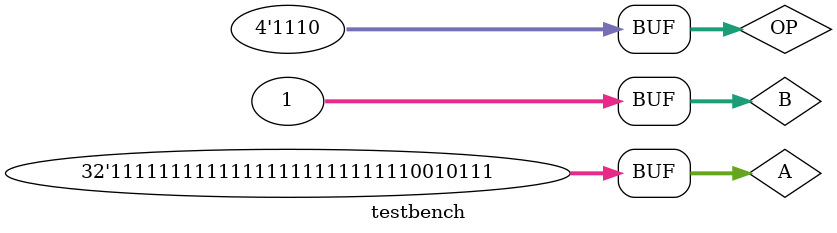
<source format=v>
module testbench;
    reg signed [31:0] A;
    reg signed [31:0] B;
    reg [3:0] OP;
	wire signed [31:0] RESULT;
	wire ZERO;

    alu alu(.a(A), .b(B), .op(OP), .result(RESULT), .zero(ZERO));

    initial begin
        $monitor("A=%d B=%d OP=%b RESULT=%d ZERO=%b", A, B, OP, RESULT, ZERO);
		// FFFF0000 & 0000FFFF = 00000000
		#0 A = 32'hFFFF0000; B = 32'h0000FFFF; OP = 0;
		// FFFF0000 | 0000FFFF = FFFFFFFF
		#1 OP = 1;
		// FFFF0000 ^ 0000FFFF = FFFFFFFF
		#1 OP = 2;
		// 1+5 = 6
    	#1 A = 1; B = 6; OP = 3; 
		// 100-100 = 0
		#1 A = 100; B = 100; OP = 4;
		// 25 * 520843 = 13021075
		#1 A = 25; B = 520843; OP = 5;
		// 520843 == 520843
		#1 A = 520843; OP = 6;
		// -3348 != 520843
		#1 A = -3348; OP = 7;
		// 10000 >= 10000
		#1 A = 10000; B = 10000; OP = 8;
		// 10000 > 2000
		#1 B = 2000; OP = 9;
		// 2000 < 10000
		#1 A = 2000; B = 10000; OP = 10;
		// 2000 <= 2000
		#1 B = 2000; OP = 11;
		// 10 << 5 = 320
		#1 A = 10; B = 5; OP = 12;
		// 320 >> 5 = 320
		#1 A = 320; B = 5; OP = 13;
		// 10010111 >> 1 = 11001011
		#1 A = -105; B = 1; OP = 14;
    end
endmodule // testbench

</source>
